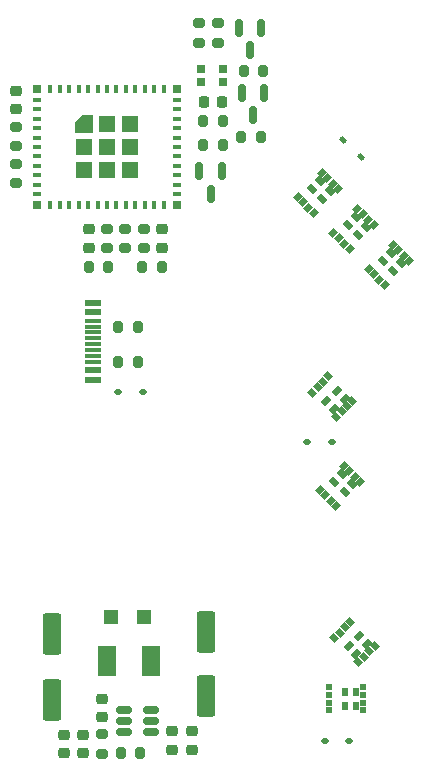
<source format=gbr>
%TF.GenerationSoftware,KiCad,Pcbnew,8.0.0*%
%TF.CreationDate,2024-05-13T20:24:03+10:00*%
%TF.ProjectId,JonoBro,4a6f6e6f-4272-46f2-9e6b-696361645f70,0.2*%
%TF.SameCoordinates,Original*%
%TF.FileFunction,Paste,Top*%
%TF.FilePolarity,Positive*%
%FSLAX46Y46*%
G04 Gerber Fmt 4.6, Leading zero omitted, Abs format (unit mm)*
G04 Created by KiCad (PCBNEW 8.0.0) date 2024-05-13 20:24:03*
%MOMM*%
%LPD*%
G01*
G04 APERTURE LIST*
G04 Aperture macros list*
%AMRoundRect*
0 Rectangle with rounded corners*
0 $1 Rounding radius*
0 $2 $3 $4 $5 $6 $7 $8 $9 X,Y pos of 4 corners*
0 Add a 4 corners polygon primitive as box body*
4,1,4,$2,$3,$4,$5,$6,$7,$8,$9,$2,$3,0*
0 Add four circle primitives for the rounded corners*
1,1,$1+$1,$2,$3*
1,1,$1+$1,$4,$5*
1,1,$1+$1,$6,$7*
1,1,$1+$1,$8,$9*
0 Add four rect primitives between the rounded corners*
20,1,$1+$1,$2,$3,$4,$5,0*
20,1,$1+$1,$4,$5,$6,$7,0*
20,1,$1+$1,$6,$7,$8,$9,0*
20,1,$1+$1,$8,$9,$2,$3,0*%
%AMRotRect*
0 Rectangle, with rotation*
0 The origin of the aperture is its center*
0 $1 length*
0 $2 width*
0 $3 Rotation angle, in degrees counterclockwise*
0 Add horizontal line*
21,1,$1,$2,0,0,$3*%
%AMFreePoly0*
4,1,6,0.725000,-0.725000,-0.725000,-0.725000,-0.725000,0.125000,-0.125000,0.725000,0.725000,0.725000,0.725000,-0.725000,0.725000,-0.725000,$1*%
G04 Aperture macros list end*
%ADD10RoundRect,0.200000X0.200000X0.275000X-0.200000X0.275000X-0.200000X-0.275000X0.200000X-0.275000X0*%
%ADD11RoundRect,0.200000X0.275000X-0.200000X0.275000X0.200000X-0.275000X0.200000X-0.275000X-0.200000X0*%
%ADD12RoundRect,0.225000X-0.225000X-0.250000X0.225000X-0.250000X0.225000X0.250000X-0.225000X0.250000X0*%
%ADD13RoundRect,0.225000X0.250000X-0.225000X0.250000X0.225000X-0.250000X0.225000X-0.250000X-0.225000X0*%
%ADD14RotRect,0.570000X0.738000X45.000000*%
%ADD15RotRect,0.630000X0.505000X45.000000*%
%ADD16RotRect,0.630000X0.500000X45.000000*%
%ADD17RoundRect,0.225000X-0.250000X0.225000X-0.250000X-0.225000X0.250000X-0.225000X0.250000X0.225000X0*%
%ADD18RoundRect,0.200000X-0.200000X-0.275000X0.200000X-0.275000X0.200000X0.275000X-0.200000X0.275000X0*%
%ADD19R,0.700000X0.700000*%
%ADD20RoundRect,0.200000X-0.275000X0.200000X-0.275000X-0.200000X0.275000X-0.200000X0.275000X0.200000X0*%
%ADD21R,1.450000X0.600000*%
%ADD22R,1.450000X0.300000*%
%ADD23R,0.570000X0.738000*%
%ADD24R,0.630000X0.505000*%
%ADD25R,0.630000X0.500000*%
%ADD26RoundRect,0.250000X0.550000X-1.500000X0.550000X1.500000X-0.550000X1.500000X-0.550000X-1.500000X0*%
%ADD27R,1.200000X1.200000*%
%ADD28RotRect,0.570000X0.738000X315.000000*%
%ADD29RotRect,0.630000X0.505000X315.000000*%
%ADD30RotRect,0.630000X0.500000X315.000000*%
%ADD31RoundRect,0.150000X-0.150000X0.587500X-0.150000X-0.587500X0.150000X-0.587500X0.150000X0.587500X0*%
%ADD32RoundRect,0.112500X-0.212132X0.053033X0.053033X-0.212132X0.212132X-0.053033X-0.053033X0.212132X0*%
%ADD33R,0.800000X0.400000*%
%ADD34R,0.400000X0.800000*%
%ADD35FreePoly0,0.000000*%
%ADD36R,1.450000X1.450000*%
%ADD37RoundRect,0.150000X-0.512500X-0.150000X0.512500X-0.150000X0.512500X0.150000X-0.512500X0.150000X0*%
%ADD38RoundRect,0.112500X-0.187500X-0.112500X0.187500X-0.112500X0.187500X0.112500X-0.187500X0.112500X0*%
%ADD39RoundRect,0.112500X0.187500X0.112500X-0.187500X0.112500X-0.187500X-0.112500X0.187500X-0.112500X0*%
%ADD40R,1.500000X2.500000*%
G04 APERTURE END LIST*
D10*
%TO.C,R13*%
X11226472Y37400000D03*
X9576472Y37400000D03*
%TD*%
D11*
%TO.C,R19*%
X11741404Y44030268D03*
X11741404Y45680268D03*
%TD*%
D12*
%TO.C,C11*%
X16825000Y56450000D03*
X18375000Y56450000D03*
%TD*%
D13*
%TO.C,C9*%
X13296697Y44079327D03*
X13296697Y45629327D03*
%TD*%
D14*
%TO.C,Q10*%
X25974453Y49061801D03*
X26837124Y48199130D03*
X26646205Y49733552D03*
X27508875Y48870882D03*
D15*
X26800000Y50400000D03*
D16*
X27254317Y49945684D03*
X27721007Y49478994D03*
D15*
X28175323Y49024677D03*
D16*
X24765301Y48361765D03*
X25217849Y47909216D03*
X25684539Y47442526D03*
X26137088Y46989978D03*
%TD*%
D11*
%TO.C,R8*%
X18000000Y61425000D03*
X18000000Y63075000D03*
%TD*%
D17*
%TO.C,C7*%
X4956798Y2833571D03*
X4956798Y1283571D03*
%TD*%
D18*
%TO.C,R15*%
X19975000Y53475000D03*
X21625000Y53475000D03*
%TD*%
D19*
%TO.C,D2*%
X18415000Y58085000D03*
X18415000Y59185000D03*
X16585000Y59185000D03*
X16585000Y58085000D03*
%TD*%
D20*
%TO.C,R1*%
X8229310Y2882093D03*
X8229310Y1232093D03*
%TD*%
D21*
%TO.C,J6*%
X7446472Y39400000D03*
X7446472Y38600000D03*
D22*
X7446472Y37400000D03*
X7446472Y36400000D03*
X7446472Y35900000D03*
X7446472Y34900000D03*
D21*
X7446472Y33700000D03*
X7446472Y32900000D03*
X7446472Y32900000D03*
X7446472Y33700000D03*
D22*
X7446472Y34400000D03*
X7446472Y35400000D03*
X7446472Y36900000D03*
X7446472Y37900000D03*
D21*
X7446472Y38600000D03*
X7446472Y39400000D03*
%TD*%
D11*
%TO.C,R9*%
X16400000Y61425000D03*
X16400000Y63075000D03*
%TD*%
D23*
%TO.C,Q6*%
X28800000Y6500000D03*
X28800000Y5280000D03*
X29750000Y6500000D03*
X29750000Y5280000D03*
D24*
X30330000Y6862500D03*
D25*
X30330000Y6220000D03*
X30330000Y5560000D03*
D24*
X30330000Y4917500D03*
D25*
X27450000Y6860000D03*
X27450000Y6220000D03*
X27450000Y5560000D03*
X27450000Y4920000D03*
%TD*%
D11*
%TO.C,R7*%
X10166093Y44025000D03*
X10166093Y45675000D03*
%TD*%
D26*
%TO.C,C5*%
X4000000Y5800000D03*
X4000000Y11400000D03*
%TD*%
%TO.C,C1*%
X17000000Y6100000D03*
X17000000Y11500000D03*
%TD*%
D18*
%TO.C,R12*%
X11591093Y42455364D03*
X13241093Y42455364D03*
%TD*%
D13*
%TO.C,C8*%
X896494Y55825000D03*
X896494Y57375000D03*
%TD*%
D18*
%TO.C,R17*%
X16775000Y52800000D03*
X18425000Y52800000D03*
%TD*%
D27*
%TO.C,D1*%
X11800000Y12800000D03*
X9000000Y12800000D03*
%TD*%
D14*
%TO.C,Q9*%
X27874453Y24261801D03*
X28737124Y23399130D03*
X28546205Y24933552D03*
X29408875Y24070882D03*
D15*
X28700000Y25600000D03*
D16*
X29154317Y25145684D03*
X29621007Y24678994D03*
D15*
X30075323Y24224677D03*
D16*
X26665301Y23561765D03*
X27117849Y23109216D03*
X27584539Y22642526D03*
X28037088Y22189978D03*
%TD*%
D14*
%TO.C,Q3*%
X31986548Y42975621D03*
X32849219Y42112950D03*
X32658300Y43647372D03*
X33520970Y42784702D03*
D15*
X32812095Y44313820D03*
D16*
X33266412Y43859504D03*
X33733102Y43392814D03*
D15*
X34187418Y42938497D03*
D16*
X30777396Y42275585D03*
X31229944Y41823036D03*
X31696634Y41356346D03*
X32149183Y40903798D03*
%TD*%
D28*
%TO.C,Q8*%
X28071823Y31962634D03*
X27209152Y31099963D03*
X28743574Y31290882D03*
X27880904Y30428212D03*
D29*
X29410022Y31137087D03*
D30*
X28955706Y30682770D03*
X28489016Y30216080D03*
D29*
X28034699Y29761764D03*
D30*
X27371787Y33171786D03*
X26919238Y32719238D03*
X26452548Y32252548D03*
X26000000Y31799999D03*
%TD*%
D17*
%TO.C,C3*%
X14100000Y3125000D03*
X14100000Y1575000D03*
%TD*%
D20*
%TO.C,R5*%
X897661Y51175000D03*
X897661Y49525000D03*
%TD*%
D10*
%TO.C,R11*%
X8741093Y42455364D03*
X7091093Y42455364D03*
%TD*%
D31*
%TO.C,Q4*%
X18350000Y50537500D03*
X16450000Y50537500D03*
X17400000Y48662500D03*
%TD*%
D32*
%TO.C,D4*%
X28607538Y53222462D03*
X30092462Y51737538D03*
%TD*%
D33*
%TO.C,U2*%
X2725000Y56600000D03*
X2725000Y55800000D03*
X2725000Y55000000D03*
X2725000Y54200000D03*
X2725000Y53400000D03*
X2725000Y52600000D03*
X2725000Y51800000D03*
X2725000Y51000000D03*
X2725000Y50200000D03*
X2725000Y49400000D03*
X2725000Y48600000D03*
D34*
X3825000Y47700000D03*
X4625000Y47700000D03*
X5425000Y47700000D03*
X6225000Y47700000D03*
X7025000Y47700000D03*
X7825000Y47700000D03*
X8625000Y47700000D03*
X9425000Y47700000D03*
X10225000Y47700000D03*
X11025000Y47700000D03*
X11825000Y47700000D03*
X12625000Y47700000D03*
X13425000Y47700000D03*
D33*
X14525000Y48600000D03*
X14525000Y49400000D03*
X14525000Y50200000D03*
X14525000Y51000000D03*
X14525000Y51800000D03*
X14525000Y52600000D03*
X14525000Y53400000D03*
X14525000Y54200000D03*
X14525000Y55000000D03*
X14525000Y55800000D03*
X14525000Y56600000D03*
D34*
X13425000Y57500000D03*
X12625000Y57500000D03*
X11825000Y57500000D03*
X11025000Y57500000D03*
X10225000Y57500000D03*
X9425000Y57500000D03*
X8625000Y57500000D03*
X7825000Y57500000D03*
X7025000Y57500000D03*
X6225000Y57500000D03*
X5425000Y57500000D03*
X4625000Y57500000D03*
X3825000Y57500000D03*
D35*
X6650000Y54575000D03*
D36*
X6650000Y52600000D03*
X6650000Y50625000D03*
X8625000Y54575000D03*
X8625000Y52600000D03*
X8625000Y50625000D03*
X10600000Y54575000D03*
X10600000Y52600000D03*
X10600000Y50625000D03*
D19*
X14575000Y57550000D03*
X14575000Y47650000D03*
X2675000Y47650000D03*
X2675000Y57550000D03*
%TD*%
D18*
%TO.C,R2*%
X9804309Y1303044D03*
X11454309Y1303044D03*
%TD*%
D17*
%TO.C,C10*%
X7091704Y45618967D03*
X7091704Y44068967D03*
%TD*%
D13*
%TO.C,C4*%
X8229310Y4325000D03*
X8229310Y5875000D03*
%TD*%
D31*
%TO.C,Q2*%
X21675000Y62712500D03*
X19775000Y62712500D03*
X20725000Y60837500D03*
%TD*%
D37*
%TO.C,U1*%
X10062539Y4945409D03*
X10062539Y3995409D03*
X10062539Y3045409D03*
X12337539Y3045409D03*
X12337539Y3995409D03*
X12337539Y4945409D03*
%TD*%
D38*
%TO.C,D6*%
X27050000Y2350000D03*
X29150000Y2350000D03*
%TD*%
D28*
%TO.C,Q5*%
X29937124Y11200870D03*
X29074453Y10338199D03*
X30608875Y10529118D03*
X29746205Y9666448D03*
D29*
X31275323Y10375323D03*
D30*
X30821007Y9921006D03*
X30354317Y9454316D03*
D29*
X29900000Y9000000D03*
D30*
X29237088Y12410022D03*
X28784539Y11957474D03*
X28317849Y11490784D03*
X27865301Y11038235D03*
%TD*%
D17*
%TO.C,C6*%
X6604021Y2833571D03*
X6604021Y1283571D03*
%TD*%
D39*
%TO.C,D5*%
X11650000Y31850000D03*
X9550000Y31850000D03*
%TD*%
D31*
%TO.C,Q7*%
X21950000Y57162500D03*
X20050000Y57162500D03*
X21000000Y55287500D03*
%TD*%
D40*
%TO.C,L1*%
X12350000Y9100000D03*
X8650000Y9100000D03*
%TD*%
D38*
%TO.C,D7*%
X25600000Y27600000D03*
X27700000Y27600000D03*
%TD*%
D17*
%TO.C,C2*%
X15850000Y3125000D03*
X15850000Y1575000D03*
%TD*%
D20*
%TO.C,R10*%
X902795Y54314761D03*
X902795Y52664761D03*
%TD*%
D11*
%TO.C,R4*%
X8613939Y44017315D03*
X8613939Y45667315D03*
%TD*%
D10*
%TO.C,R14*%
X11226472Y34400000D03*
X9576472Y34400000D03*
%TD*%
%TO.C,R16*%
X18425000Y54800000D03*
X16775000Y54800000D03*
%TD*%
D18*
%TO.C,R18*%
X20200000Y59000000D03*
X21850000Y59000000D03*
%TD*%
D14*
%TO.C,Q1*%
X28999130Y46037124D03*
X29861801Y45174453D03*
X29670882Y46708875D03*
X30533552Y45846205D03*
D15*
X29824677Y47375323D03*
D16*
X30278994Y46921007D03*
X30745684Y46454317D03*
D15*
X31200000Y46000000D03*
D16*
X27789978Y45337088D03*
X28242526Y44884539D03*
X28709216Y44417849D03*
X29161765Y43965301D03*
%TD*%
M02*

</source>
